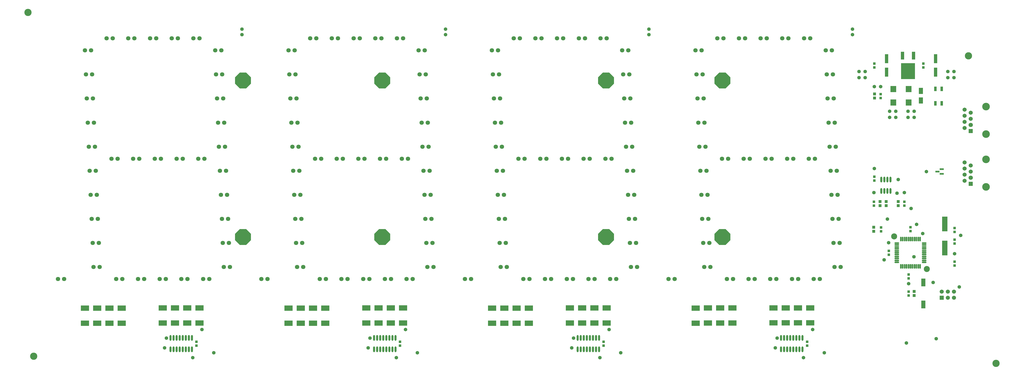
<source format=gts>
%FSLAX24Y24*%
%MOIN*%
G70*
G01*
G75*
G04 Layer_Color=8388736*
%ADD10R,0.0354X0.0354*%
%ADD11R,0.0630X0.0236*%
%ADD12R,0.0630X0.0236*%
%ADD13R,0.0394X0.0394*%
%ADD14O,0.0217X0.0689*%
%ADD15O,0.0689X0.0217*%
%ADD16R,0.1299X0.0787*%
%ADD17O,0.0236X0.0866*%
%ADD18R,0.0492X0.1201*%
%ADD19R,0.2185X0.2559*%
%ADD20R,0.0472X0.1378*%
%ADD21R,0.0335X0.0669*%
%ADD22R,0.0866X0.0925*%
%ADD23C,0.0394*%
%ADD24R,0.0630X0.1181*%
%ADD25R,0.0335X0.0335*%
%ADD26R,0.0787X0.2362*%
%ADD27O,0.0236X0.0866*%
%ADD28R,0.0610X0.0925*%
%ADD29C,0.0150*%
%ADD30C,0.0500*%
%ADD31C,0.0250*%
%ADD32C,0.0300*%
%ADD33C,0.0100*%
%ADD34R,0.0591X0.0591*%
%ADD35C,0.0591*%
%ADD36C,0.1161*%
%ADD37C,0.0630*%
%ADD38C,0.0591*%
%ADD39R,0.0591X0.0591*%
%ADD40P,0.2706X8X22.5*%
%ADD41C,0.0500*%
%ADD42C,0.0394*%
%ADD43C,0.0098*%
%ADD44C,0.0236*%
%ADD45C,0.0079*%
%ADD46R,0.0434X0.0434*%
%ADD47R,0.0710X0.0316*%
%ADD48R,0.0710X0.0316*%
%ADD49R,0.0474X0.0474*%
%ADD50O,0.0297X0.0769*%
%ADD51O,0.0769X0.0297*%
%ADD52R,0.1379X0.0867*%
%ADD53O,0.0316X0.0946*%
%ADD54R,0.0572X0.1281*%
%ADD55R,0.2265X0.2639*%
%ADD56R,0.0552X0.1458*%
%ADD57R,0.0415X0.0749*%
%ADD58R,0.0946X0.1005*%
%ADD59C,0.0984*%
%ADD60R,0.0710X0.1261*%
%ADD61R,0.0415X0.0415*%
%ADD62R,0.0867X0.2442*%
%ADD63O,0.0316X0.0946*%
%ADD64R,0.0690X0.1005*%
%ADD65C,0.1181*%
%ADD66R,0.0671X0.0671*%
%ADD67C,0.0671*%
%ADD68C,0.1241*%
%ADD69C,0.0710*%
%ADD70C,0.0671*%
%ADD71R,0.0671X0.0671*%
%ADD72P,0.2793X8X22.5*%
%ADD73C,0.0580*%
D46*
X32083Y4885D02*
D03*
Y5515D02*
D03*
X131764Y4885D02*
D03*
Y5515D02*
D03*
X98537Y4885D02*
D03*
Y5515D02*
D03*
X145094Y19741D02*
D03*
Y20371D02*
D03*
X148324Y16515D02*
D03*
Y15885D02*
D03*
X155824Y22215D02*
D03*
Y21585D02*
D03*
X142724Y50385D02*
D03*
Y51015D02*
D03*
X150724Y50385D02*
D03*
Y51015D02*
D03*
X148644Y24221D02*
D03*
Y23591D02*
D03*
X142724Y32515D02*
D03*
Y31885D02*
D03*
X148324Y13085D02*
D03*
Y13715D02*
D03*
X155824Y24115D02*
D03*
Y23485D02*
D03*
Y17985D02*
D03*
Y18615D02*
D03*
X65310Y5515D02*
D03*
Y4885D02*
D03*
D47*
X153750Y32976D02*
D03*
D48*
X153750Y33724D02*
D03*
X153042Y33350D02*
D03*
D49*
X149224Y13065D02*
D03*
Y13735D02*
D03*
X142624Y24235D02*
D03*
Y23565D02*
D03*
X146624Y27765D02*
D03*
Y28435D02*
D03*
X143674Y27765D02*
D03*
Y28435D02*
D03*
X144674D02*
D03*
Y27765D02*
D03*
X142774Y45365D02*
D03*
Y46035D02*
D03*
D50*
X150210Y17846D02*
D03*
X149895D02*
D03*
X149580D02*
D03*
X149265D02*
D03*
X148950D02*
D03*
X148636D02*
D03*
X148321D02*
D03*
X148006D02*
D03*
X147691D02*
D03*
X147376D02*
D03*
X147061D02*
D03*
Y22295D02*
D03*
X147376D02*
D03*
X147691D02*
D03*
X148006D02*
D03*
X148321D02*
D03*
X148636D02*
D03*
X148950D02*
D03*
X149265D02*
D03*
X149580D02*
D03*
X149895D02*
D03*
X150210D02*
D03*
D51*
X146411Y18496D02*
D03*
Y18811D02*
D03*
Y19126D02*
D03*
Y19441D02*
D03*
Y19756D02*
D03*
Y20070D02*
D03*
Y20385D02*
D03*
Y20700D02*
D03*
Y21015D02*
D03*
Y21330D02*
D03*
Y21645D02*
D03*
X150860D02*
D03*
Y21330D02*
D03*
Y21015D02*
D03*
Y20700D02*
D03*
Y20385D02*
D03*
Y20070D02*
D03*
Y19756D02*
D03*
Y19441D02*
D03*
Y19126D02*
D03*
Y18811D02*
D03*
Y18496D02*
D03*
D52*
X130264Y8609D02*
D03*
Y11050D02*
D03*
X128264Y8609D02*
D03*
Y11050D02*
D03*
X126264Y8609D02*
D03*
Y11050D02*
D03*
X132264D02*
D03*
Y8609D02*
D03*
X117566Y11021D02*
D03*
X113566Y10992D02*
D03*
Y8551D02*
D03*
X119566Y11021D02*
D03*
Y8580D02*
D03*
X115566Y11021D02*
D03*
Y8580D02*
D03*
X117566D02*
D03*
X80339Y10992D02*
D03*
X84339Y10992D02*
D03*
X86339D02*
D03*
X82339D02*
D03*
X93037Y11020D02*
D03*
X97037D02*
D03*
X99037D02*
D03*
X95037Y11020D02*
D03*
X59810Y11020D02*
D03*
X65810D02*
D03*
X63810D02*
D03*
X61810D02*
D03*
X47111Y10992D02*
D03*
X53111D02*
D03*
X51111D02*
D03*
X49111D02*
D03*
X32583Y11020D02*
D03*
X26583D02*
D03*
X30583D02*
D03*
X28583D02*
D03*
X17884Y10992D02*
D03*
X15884D02*
D03*
X19884D02*
D03*
X13884D02*
D03*
Y8551D02*
D03*
X47111D02*
D03*
X80339D02*
D03*
X28583Y8580D02*
D03*
X30583Y8580D02*
D03*
X19884Y8551D02*
D03*
X26583Y8580D02*
D03*
X15884Y8551D02*
D03*
X32583Y8580D02*
D03*
X17884Y8551D02*
D03*
X61810Y8580D02*
D03*
X63810D02*
D03*
X53111Y8551D02*
D03*
X59810Y8580D02*
D03*
X49111Y8551D02*
D03*
X65810Y8580D02*
D03*
X51111Y8551D02*
D03*
X95037Y8580D02*
D03*
X97037Y8580D02*
D03*
X86339Y8551D02*
D03*
X93037Y8580D02*
D03*
X82339Y8551D02*
D03*
X99037Y8580D02*
D03*
X84339Y8551D02*
D03*
D53*
X127514Y4255D02*
D03*
X128014D02*
D03*
X128514D02*
D03*
X129014D02*
D03*
X129514D02*
D03*
X130014D02*
D03*
X130514D02*
D03*
X131014D02*
D03*
X127514Y6145D02*
D03*
X128014D02*
D03*
X128514D02*
D03*
X129014D02*
D03*
X129514D02*
D03*
X130014D02*
D03*
X130514D02*
D03*
X131014D02*
D03*
X145374Y32045D02*
D03*
X144374D02*
D03*
X143874D02*
D03*
X145374Y30155D02*
D03*
X144874D02*
D03*
X144374D02*
D03*
X143874D02*
D03*
X31333Y6145D02*
D03*
X30833D02*
D03*
X30333D02*
D03*
X29833D02*
D03*
X29333D02*
D03*
X28833D02*
D03*
X28333D02*
D03*
X27833D02*
D03*
Y4255D02*
D03*
X28333D02*
D03*
X28833D02*
D03*
X29333D02*
D03*
X29833D02*
D03*
X30333D02*
D03*
X30833D02*
D03*
X31333D02*
D03*
X64560Y6145D02*
D03*
X64060D02*
D03*
X63560D02*
D03*
X63060D02*
D03*
X62560D02*
D03*
X62060D02*
D03*
X61560D02*
D03*
X61060D02*
D03*
Y4255D02*
D03*
X61560D02*
D03*
X62060D02*
D03*
X62560D02*
D03*
X63060D02*
D03*
X63560D02*
D03*
X64060D02*
D03*
X64560D02*
D03*
X97787Y6145D02*
D03*
X97287D02*
D03*
X96787D02*
D03*
X96287D02*
D03*
X95787D02*
D03*
X95287D02*
D03*
X94787D02*
D03*
X94287D02*
D03*
Y4255D02*
D03*
X94787D02*
D03*
X95287D02*
D03*
X95787D02*
D03*
X96287D02*
D03*
X96787D02*
D03*
X97287D02*
D03*
X97787D02*
D03*
D54*
X149126Y52294D02*
D03*
X147323D02*
D03*
D55*
X148224Y49755D02*
D03*
D56*
X152724Y49600D02*
D03*
Y51800D02*
D03*
X144724Y49600D02*
D03*
Y51800D02*
D03*
D57*
X152699Y44519D02*
D03*
X153750D02*
D03*
Y46881D02*
D03*
X152699D02*
D03*
D58*
X148324Y46852D02*
D03*
Y44648D02*
D03*
X145824Y46852D02*
D03*
Y44648D02*
D03*
D59*
X145984Y22730D02*
D03*
X151295Y17410D02*
D03*
D60*
X150724Y11593D02*
D03*
Y15207D02*
D03*
D61*
X143824Y23585D02*
D03*
Y24215D02*
D03*
X147625Y28415D02*
D03*
Y27785D02*
D03*
X142674Y28415D02*
D03*
Y27785D02*
D03*
X143774Y46015D02*
D03*
Y45385D02*
D03*
D62*
X154224Y20831D02*
D03*
Y24769D02*
D03*
D63*
X144874Y32045D02*
D03*
D64*
X150324Y46528D02*
D03*
Y44972D02*
D03*
D65*
X5512Y3140D02*
D03*
X4574Y59359D02*
D03*
X158118Y52272D02*
D03*
X162598Y1958D02*
D03*
D66*
X153724Y12700D02*
D03*
D67*
Y13700D02*
D03*
X154725Y12700D02*
D03*
Y13700D02*
D03*
X155724Y12700D02*
D03*
Y13700D02*
D03*
D68*
X160974Y35350D02*
D03*
Y30850D02*
D03*
X160975Y43984D02*
D03*
Y39484D02*
D03*
D69*
X158474Y32350D02*
D03*
X158475Y40984D02*
D03*
X36540Y17728D02*
D03*
X37540D02*
D03*
X37382Y21665D02*
D03*
X36382D02*
D03*
X36224Y25602D02*
D03*
X37224D02*
D03*
X37067Y29539D02*
D03*
X36067D02*
D03*
X35910Y33476D02*
D03*
X36910D02*
D03*
X16281Y17728D02*
D03*
X15281D02*
D03*
X9455Y15759D02*
D03*
X10455D02*
D03*
X16124Y21665D02*
D03*
X15124D02*
D03*
X14966Y25602D02*
D03*
X15966D02*
D03*
X15809Y29539D02*
D03*
X14809D02*
D03*
X14651Y33476D02*
D03*
X15651D02*
D03*
X36752Y37413D02*
D03*
X35752D02*
D03*
X35595Y41350D02*
D03*
X36595D02*
D03*
X36437Y45287D02*
D03*
X35437D02*
D03*
X35280Y49224D02*
D03*
X36280D02*
D03*
X36123Y53161D02*
D03*
X35123D02*
D03*
X14494Y37413D02*
D03*
X15494D02*
D03*
X15337Y41350D02*
D03*
X14337D02*
D03*
X14178Y45287D02*
D03*
X15178D02*
D03*
X15022Y49224D02*
D03*
X14022D02*
D03*
X13864Y53161D02*
D03*
X14864D02*
D03*
X33367Y35444D02*
D03*
X32367D02*
D03*
X28824D02*
D03*
X29824D02*
D03*
X26281D02*
D03*
X25281D02*
D03*
X21737D02*
D03*
X22737D02*
D03*
X19194D02*
D03*
X18194D02*
D03*
X33155Y15759D02*
D03*
X34155D02*
D03*
X30611D02*
D03*
X29611D02*
D03*
X26068D02*
D03*
X27068D02*
D03*
X23525D02*
D03*
X22525D02*
D03*
X18982D02*
D03*
X19982D02*
D03*
X32580Y55129D02*
D03*
X31580D02*
D03*
X28037D02*
D03*
X29037D02*
D03*
X25493D02*
D03*
X24493D02*
D03*
X20950D02*
D03*
X21950D02*
D03*
X18407D02*
D03*
X17407D02*
D03*
X69767Y17728D02*
D03*
X70767D02*
D03*
X70610Y21665D02*
D03*
X69610D02*
D03*
X69451Y25602D02*
D03*
X70451D02*
D03*
X70295Y29539D02*
D03*
X69295D02*
D03*
X69137Y33476D02*
D03*
X70137D02*
D03*
X48879D02*
D03*
X47879D02*
D03*
X48036Y29539D02*
D03*
X49036D02*
D03*
X49193Y25602D02*
D03*
X48193D02*
D03*
X42682Y15759D02*
D03*
X43682D02*
D03*
X69979Y37413D02*
D03*
X68979D02*
D03*
X68822Y41350D02*
D03*
X69822D02*
D03*
X69664Y45287D02*
D03*
X68664D02*
D03*
X68507Y49224D02*
D03*
X69507D02*
D03*
X69350Y53161D02*
D03*
X68350D02*
D03*
X47405Y45287D02*
D03*
X48405D02*
D03*
X48249Y49224D02*
D03*
X47249D02*
D03*
X47091Y53161D02*
D03*
X48091D02*
D03*
X66594Y35444D02*
D03*
X65594D02*
D03*
X62051D02*
D03*
X63051D02*
D03*
X59508D02*
D03*
X58508D02*
D03*
X54965D02*
D03*
X55965D02*
D03*
X52421D02*
D03*
X51421D02*
D03*
X66382Y15759D02*
D03*
X67382D02*
D03*
X63839D02*
D03*
X62839D02*
D03*
X59295D02*
D03*
X60295D02*
D03*
X56752D02*
D03*
X55752D02*
D03*
X52209D02*
D03*
X53209D02*
D03*
X65807Y55129D02*
D03*
X64807D02*
D03*
X61264D02*
D03*
X62264D02*
D03*
X58720D02*
D03*
X57720D02*
D03*
X75909Y15759D02*
D03*
X76909D02*
D03*
X82420Y25602D02*
D03*
X81420D02*
D03*
X81263Y29539D02*
D03*
X82263D02*
D03*
X82106Y33476D02*
D03*
X81106D02*
D03*
X81791Y41350D02*
D03*
X80791D02*
D03*
X80633Y45287D02*
D03*
X81633D02*
D03*
X81476Y49224D02*
D03*
X80476D02*
D03*
X80318Y53161D02*
D03*
X81318D02*
D03*
X102891Y45287D02*
D03*
X101891D02*
D03*
X101734Y49224D02*
D03*
X102734D02*
D03*
X102577Y53161D02*
D03*
X101577D02*
D03*
X102679Y25602D02*
D03*
X103679D02*
D03*
X103522Y29539D02*
D03*
X102522D02*
D03*
X102364Y33476D02*
D03*
X103364D02*
D03*
X95278Y35444D02*
D03*
X96278D02*
D03*
X92735D02*
D03*
X91735D02*
D03*
X88192D02*
D03*
X89192D02*
D03*
X85648D02*
D03*
X84648D02*
D03*
X98034Y55129D02*
D03*
X99034D02*
D03*
X95491D02*
D03*
X94491D02*
D03*
X90948D02*
D03*
X91947D02*
D03*
X93523Y15759D02*
D03*
X92523D02*
D03*
X96066D02*
D03*
X97066D02*
D03*
X100609D02*
D03*
X99609D02*
D03*
X113545Y53161D02*
D03*
X114545D02*
D03*
X114703Y49224D02*
D03*
X113703D02*
D03*
X113860Y45287D02*
D03*
X114860D02*
D03*
X115018Y41350D02*
D03*
X114018D02*
D03*
X114175Y37413D02*
D03*
X115175D02*
D03*
X110136Y15759D02*
D03*
X109136D02*
D03*
X114333Y33476D02*
D03*
X115333D02*
D03*
X115491Y29539D02*
D03*
X114491D02*
D03*
X114648Y25602D02*
D03*
X115648D02*
D03*
X115805Y21665D02*
D03*
X114805D02*
D03*
X114963Y17728D02*
D03*
X115963D02*
D03*
X119663Y15759D02*
D03*
X118663D02*
D03*
X122207D02*
D03*
X123207D02*
D03*
X126750D02*
D03*
X125750D02*
D03*
X129293D02*
D03*
X130293D02*
D03*
X133836D02*
D03*
X132836D02*
D03*
X132049Y35444D02*
D03*
X133049D02*
D03*
X129506D02*
D03*
X128506D02*
D03*
X124963D02*
D03*
X125963D02*
D03*
X122419D02*
D03*
X121419D02*
D03*
X132261Y55129D02*
D03*
X131261D02*
D03*
X127719D02*
D03*
X128719D02*
D03*
X125175D02*
D03*
X124175D02*
D03*
X120632D02*
D03*
X121632D02*
D03*
X118088D02*
D03*
X117088D02*
D03*
X136221Y17728D02*
D03*
X137221D02*
D03*
X137064Y21665D02*
D03*
X136064D02*
D03*
X135906Y25602D02*
D03*
X136906D02*
D03*
X136749Y29539D02*
D03*
X135749D02*
D03*
X135591Y33476D02*
D03*
X136591D02*
D03*
X136433Y37413D02*
D03*
X135433D02*
D03*
X135276Y41350D02*
D03*
X136276D02*
D03*
X136118Y45287D02*
D03*
X135118D02*
D03*
X134961Y49224D02*
D03*
X135961D02*
D03*
X135804Y53161D02*
D03*
X134804D02*
D03*
X99823Y35444D02*
D03*
X98823D02*
D03*
X117875D02*
D03*
X118875D02*
D03*
X49351Y21665D02*
D03*
X48351D02*
D03*
X48508Y17728D02*
D03*
X49508D02*
D03*
X47564Y41350D02*
D03*
X48564D02*
D03*
X48721Y37413D02*
D03*
X47721D02*
D03*
X55177Y55129D02*
D03*
X54177D02*
D03*
X50634D02*
D03*
X51634D02*
D03*
X85436Y15759D02*
D03*
X86436D02*
D03*
X89980D02*
D03*
X88980D02*
D03*
X81736Y17728D02*
D03*
X82736D02*
D03*
X82578Y21665D02*
D03*
X81578D02*
D03*
X81948Y37413D02*
D03*
X80948D02*
D03*
X84861Y55129D02*
D03*
X83861D02*
D03*
X87404D02*
D03*
X88404D02*
D03*
X102837Y21665D02*
D03*
X103837D02*
D03*
X103994Y17728D02*
D03*
X102994D02*
D03*
X103049Y41350D02*
D03*
X102049D02*
D03*
X102206Y37413D02*
D03*
X103206D02*
D03*
D70*
X157474Y33850D02*
D03*
X158474Y33350D02*
D03*
X157474Y32850D02*
D03*
X158474Y34350D02*
D03*
X157474Y34850D02*
D03*
Y31850D02*
D03*
X158475Y41984D02*
D03*
X157475Y41484D02*
D03*
Y42484D02*
D03*
X158475Y42984D02*
D03*
X157475Y40484D02*
D03*
Y43484D02*
D03*
D71*
X158474Y31350D02*
D03*
X158475Y39984D02*
D03*
D72*
X98937Y48239D02*
D03*
Y22649D02*
D03*
X39679D02*
D03*
Y48239D02*
D03*
X62402Y22649D02*
D03*
X62402Y48239D02*
D03*
X117921Y22649D02*
D03*
Y48239D02*
D03*
D73*
X156599Y14476D02*
D03*
X152824Y6000D02*
D03*
X134574Y3700D02*
D03*
X139174Y56650D02*
D03*
Y55750D02*
D03*
X148324Y15000D02*
D03*
X146424Y29800D02*
D03*
X148724Y27300D02*
D03*
X145054Y21710D02*
D03*
X150624Y23200D02*
D03*
X148224Y43200D02*
D03*
X149224D02*
D03*
Y42200D02*
D03*
X148224D02*
D03*
X145224D02*
D03*
X146224D02*
D03*
Y43200D02*
D03*
X145224D02*
D03*
X152324Y15200D02*
D03*
X156824Y22900D02*
D03*
X155824Y19900D02*
D03*
X144324Y18900D02*
D03*
X149624Y24700D02*
D03*
X144882Y25581D02*
D03*
X140224Y48700D02*
D03*
X141224D02*
D03*
Y49700D02*
D03*
X140224D02*
D03*
X154724D02*
D03*
X155724D02*
D03*
Y48700D02*
D03*
X154724D02*
D03*
X146624Y32050D02*
D03*
X142724Y33850D02*
D03*
X142674Y29900D02*
D03*
X147974Y5300D02*
D03*
X142724Y47250D02*
D03*
X143774D02*
D03*
X151224Y33350D02*
D03*
X148724Y49200D02*
D03*
X147724D02*
D03*
X148724Y50200D02*
D03*
X147724D02*
D03*
X147624Y29900D02*
D03*
X132664Y7500D02*
D03*
X131164Y2900D02*
D03*
X126564Y4500D02*
D03*
X126864Y6100D02*
D03*
X105947Y55750D02*
D03*
X105947Y56650D02*
D03*
X101347Y3700D02*
D03*
X68120D02*
D03*
X72720Y56650D02*
D03*
Y55750D02*
D03*
X34893Y3700D02*
D03*
X39493Y56650D02*
D03*
Y55750D02*
D03*
X60110Y4500D02*
D03*
X64710Y2900D02*
D03*
X60410Y6100D02*
D03*
X97937Y2900D02*
D03*
X99437Y7500D02*
D03*
X93637Y6100D02*
D03*
X93337Y4500D02*
D03*
X66210Y7500D02*
D03*
X27183Y6100D02*
D03*
X31483Y2900D02*
D03*
X32983Y7500D02*
D03*
X26883Y4500D02*
D03*
X149217Y19399D02*
D03*
M02*

</source>
